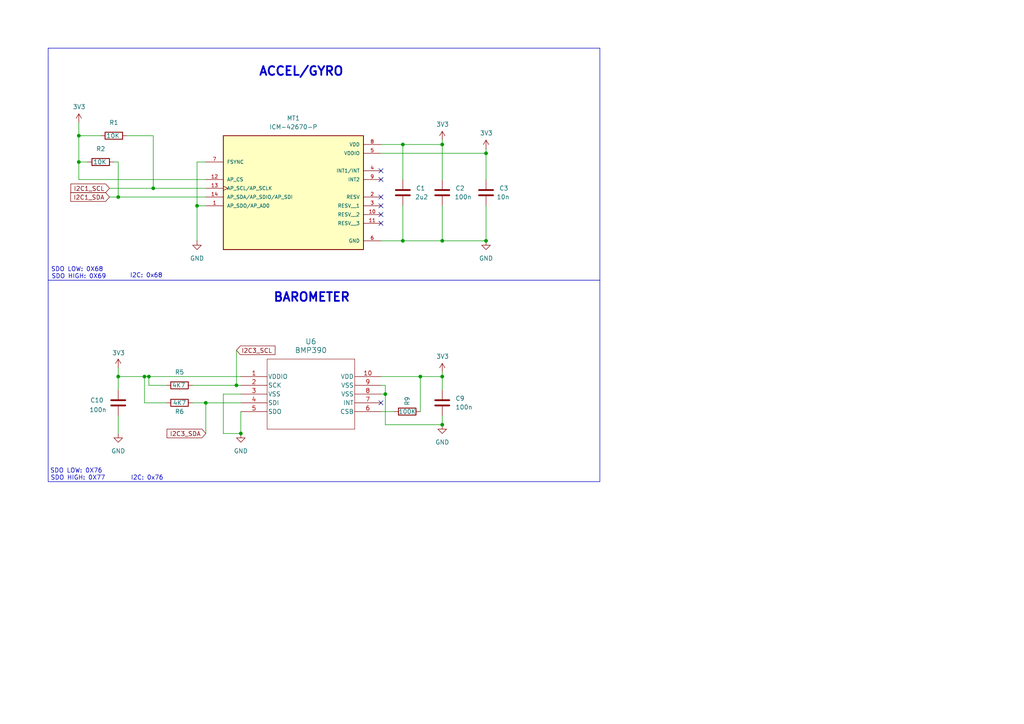
<source format=kicad_sch>
(kicad_sch
	(version 20250114)
	(generator "eeschema")
	(generator_version "9.0")
	(uuid "8b48ab88-7fb6-43ae-bf4b-6f3fa58e8ce9")
	(paper "A4")
	(title_block
		(title "FLIGHT CONTROLLER")
		(date "2024-10-24")
		(rev "V1")
		(company "SHISHIR A")
	)
	(lib_symbols
		(symbol "2024-10-24_03-26-51:BMP390"
			(pin_names
				(offset 0.254)
			)
			(exclude_from_sim no)
			(in_bom yes)
			(on_board yes)
			(property "Reference" "U6"
				(at 20.32 10.16 0)
				(effects
					(font
						(size 1.524 1.524)
					)
				)
			)
			(property "Value" "BMP390"
				(at 20.32 7.62 0)
				(effects
					(font
						(size 1.524 1.524)
					)
				)
			)
			(property "Footprint" "Littelfuse_poly:BMP390"
				(at 38.608 8.128 0)
				(effects
					(font
						(size 1.27 1.27)
						(italic yes)
					)
					(hide yes)
				)
			)
			(property "Datasheet" "BMP390"
				(at 6.096 7.112 0)
				(effects
					(font
						(size 1.27 1.27)
						(italic yes)
					)
					(hide yes)
				)
			)
			(property "Description" ""
				(at 0 0 0)
				(effects
					(font
						(size 1.27 1.27)
					)
					(hide yes)
				)
			)
			(property "ki_locked" ""
				(at 0 0 0)
				(effects
					(font
						(size 1.27 1.27)
					)
				)
			)
			(property "ki_keywords" "BMP390"
				(at 0 0 0)
				(effects
					(font
						(size 1.27 1.27)
					)
					(hide yes)
				)
			)
			(property "ki_fp_filters" "10LGA_2X2X0p75_BOS 10LGA_2X2X0p75_BOS-M 10LGA_2X2X0p75_BOS-L"
				(at 0 0 0)
				(effects
					(font
						(size 1.27 1.27)
					)
					(hide yes)
				)
			)
			(symbol "BMP390_0_1"
				(polyline
					(pts
						(xy 7.62 5.08) (xy 7.62 -15.24)
					)
					(stroke
						(width 0.127)
						(type default)
					)
					(fill
						(type none)
					)
				)
				(polyline
					(pts
						(xy 7.62 -15.24) (xy 33.02 -15.24)
					)
					(stroke
						(width 0.127)
						(type default)
					)
					(fill
						(type none)
					)
				)
				(polyline
					(pts
						(xy 33.02 5.08) (xy 7.62 5.08)
					)
					(stroke
						(width 0.127)
						(type default)
					)
					(fill
						(type none)
					)
				)
				(polyline
					(pts
						(xy 33.02 -15.24) (xy 33.02 5.08)
					)
					(stroke
						(width 0.127)
						(type default)
					)
					(fill
						(type none)
					)
				)
				(pin power_in line
					(at 0 0 0)
					(length 7.62)
					(name "VDDIO"
						(effects
							(font
								(size 1.27 1.27)
							)
						)
					)
					(number "1"
						(effects
							(font
								(size 1.27 1.27)
							)
						)
					)
				)
				(pin input line
					(at 0 -2.54 0)
					(length 7.62)
					(name "SCK"
						(effects
							(font
								(size 1.27 1.27)
							)
						)
					)
					(number "2"
						(effects
							(font
								(size 1.27 1.27)
							)
						)
					)
				)
				(pin bidirectional line
					(at 0 -7.62 0)
					(length 7.62)
					(name "SDI"
						(effects
							(font
								(size 1.27 1.27)
							)
						)
					)
					(number "4"
						(effects
							(font
								(size 1.27 1.27)
							)
						)
					)
				)
				(pin bidirectional line
					(at 0 -10.16 0)
					(length 7.62)
					(name "SDO"
						(effects
							(font
								(size 1.27 1.27)
							)
						)
					)
					(number "5"
						(effects
							(font
								(size 1.27 1.27)
							)
						)
					)
				)
				(pin power_in line
					(at 40.64 0 180)
					(length 7.62)
					(name "VDD"
						(effects
							(font
								(size 1.27 1.27)
							)
						)
					)
					(number "10"
						(effects
							(font
								(size 1.27 1.27)
							)
						)
					)
				)
				(pin input line
					(at 40.64 -7.62 180)
					(length 7.62)
					(name "INT"
						(effects
							(font
								(size 1.27 1.27)
							)
						)
					)
					(number "7"
						(effects
							(font
								(size 1.27 1.27)
							)
						)
					)
				)
				(pin input line
					(at 40.64 -10.16 180)
					(length 7.62)
					(name "CSB"
						(effects
							(font
								(size 1.27 1.27)
							)
						)
					)
					(number "6"
						(effects
							(font
								(size 1.27 1.27)
							)
						)
					)
				)
			)
			(symbol "BMP390_1_1"
				(pin power_in line
					(at 0 -5.08 0)
					(length 7.62)
					(name "VSS"
						(effects
							(font
								(size 1.27 1.27)
							)
						)
					)
					(number "3"
						(effects
							(font
								(size 1.27 1.27)
							)
						)
					)
				)
				(pin power_in line
					(at 40.64 -2.54 180)
					(length 7.62)
					(name "VSS"
						(effects
							(font
								(size 1.27 1.27)
							)
						)
					)
					(number "9"
						(effects
							(font
								(size 1.27 1.27)
							)
						)
					)
				)
				(pin power_in line
					(at 40.64 -5.08 180)
					(length 7.62)
					(name "VSS"
						(effects
							(font
								(size 1.27 1.27)
							)
						)
					)
					(number "8"
						(effects
							(font
								(size 1.27 1.27)
							)
						)
					)
				)
			)
			(embedded_fonts no)
		)
		(symbol "Device:C"
			(pin_numbers
				(hide yes)
			)
			(pin_names
				(offset 0.254)
			)
			(exclude_from_sim no)
			(in_bom yes)
			(on_board yes)
			(property "Reference" "C"
				(at 0.635 2.54 0)
				(effects
					(font
						(size 1.27 1.27)
					)
					(justify left)
				)
			)
			(property "Value" "C"
				(at 0.635 -2.54 0)
				(effects
					(font
						(size 1.27 1.27)
					)
					(justify left)
				)
			)
			(property "Footprint" ""
				(at 0.9652 -3.81 0)
				(effects
					(font
						(size 1.27 1.27)
					)
					(hide yes)
				)
			)
			(property "Datasheet" "~"
				(at 0 0 0)
				(effects
					(font
						(size 1.27 1.27)
					)
					(hide yes)
				)
			)
			(property "Description" "Unpolarized capacitor"
				(at 0 0 0)
				(effects
					(font
						(size 1.27 1.27)
					)
					(hide yes)
				)
			)
			(property "ki_keywords" "cap capacitor"
				(at 0 0 0)
				(effects
					(font
						(size 1.27 1.27)
					)
					(hide yes)
				)
			)
			(property "ki_fp_filters" "C_*"
				(at 0 0 0)
				(effects
					(font
						(size 1.27 1.27)
					)
					(hide yes)
				)
			)
			(symbol "C_0_1"
				(polyline
					(pts
						(xy -2.032 0.762) (xy 2.032 0.762)
					)
					(stroke
						(width 0.508)
						(type default)
					)
					(fill
						(type none)
					)
				)
				(polyline
					(pts
						(xy -2.032 -0.762) (xy 2.032 -0.762)
					)
					(stroke
						(width 0.508)
						(type default)
					)
					(fill
						(type none)
					)
				)
			)
			(symbol "C_1_1"
				(pin passive line
					(at 0 3.81 270)
					(length 2.794)
					(name "~"
						(effects
							(font
								(size 1.27 1.27)
							)
						)
					)
					(number "1"
						(effects
							(font
								(size 1.27 1.27)
							)
						)
					)
				)
				(pin passive line
					(at 0 -3.81 90)
					(length 2.794)
					(name "~"
						(effects
							(font
								(size 1.27 1.27)
							)
						)
					)
					(number "2"
						(effects
							(font
								(size 1.27 1.27)
							)
						)
					)
				)
			)
			(embedded_fonts no)
		)
		(symbol "Device:R"
			(pin_numbers
				(hide yes)
			)
			(pin_names
				(offset 0)
			)
			(exclude_from_sim no)
			(in_bom yes)
			(on_board yes)
			(property "Reference" "R"
				(at 2.032 0 90)
				(effects
					(font
						(size 1.27 1.27)
					)
				)
			)
			(property "Value" "R"
				(at 0 0 90)
				(effects
					(font
						(size 1.27 1.27)
					)
				)
			)
			(property "Footprint" ""
				(at -1.778 0 90)
				(effects
					(font
						(size 1.27 1.27)
					)
					(hide yes)
				)
			)
			(property "Datasheet" "~"
				(at 0 0 0)
				(effects
					(font
						(size 1.27 1.27)
					)
					(hide yes)
				)
			)
			(property "Description" "Resistor"
				(at 0 0 0)
				(effects
					(font
						(size 1.27 1.27)
					)
					(hide yes)
				)
			)
			(property "ki_keywords" "R res resistor"
				(at 0 0 0)
				(effects
					(font
						(size 1.27 1.27)
					)
					(hide yes)
				)
			)
			(property "ki_fp_filters" "R_*"
				(at 0 0 0)
				(effects
					(font
						(size 1.27 1.27)
					)
					(hide yes)
				)
			)
			(symbol "R_0_1"
				(rectangle
					(start -1.016 -2.54)
					(end 1.016 2.54)
					(stroke
						(width 0.254)
						(type default)
					)
					(fill
						(type none)
					)
				)
			)
			(symbol "R_1_1"
				(pin passive line
					(at 0 3.81 270)
					(length 1.27)
					(name "~"
						(effects
							(font
								(size 1.27 1.27)
							)
						)
					)
					(number "1"
						(effects
							(font
								(size 1.27 1.27)
							)
						)
					)
				)
				(pin passive line
					(at 0 -3.81 90)
					(length 1.27)
					(name "~"
						(effects
							(font
								(size 1.27 1.27)
							)
						)
					)
					(number "2"
						(effects
							(font
								(size 1.27 1.27)
							)
						)
					)
				)
			)
			(embedded_fonts no)
		)
		(symbol "ICM-42670-P:ICM-42670-P"
			(pin_names
				(offset 1.016)
			)
			(exclude_from_sim no)
			(in_bom yes)
			(on_board yes)
			(property "Reference" "MT"
				(at -20.32 13.97 0)
				(effects
					(font
						(size 1.27 1.27)
					)
					(justify left bottom)
				)
			)
			(property "Value" "ICM-42670-P"
				(at -20.32 -22.86 0)
				(effects
					(font
						(size 1.27 1.27)
					)
					(justify left bottom)
				)
			)
			(property "Footprint" "ICM-42670-P:XDCR_ICM-42670-P"
				(at 0.508 13.97 0)
				(effects
					(font
						(size 1.27 1.27)
					)
					(justify bottom)
					(hide yes)
				)
			)
			(property "Datasheet" ""
				(at 0 0 0)
				(effects
					(font
						(size 1.27 1.27)
					)
					(hide yes)
				)
			)
			(property "Description" ""
				(at 0 0 0)
				(effects
					(font
						(size 1.27 1.27)
					)
					(hide yes)
				)
			)
			(property "PARTREV" "1.1"
				(at -19.304 -27.686 0)
				(effects
					(font
						(size 1.27 1.27)
					)
					(justify bottom)
					(hide yes)
				)
			)
			(property "STANDARD" "Manufacturer Recommendations"
				(at 0.508 -27.686 0)
				(effects
					(font
						(size 1.27 1.27)
					)
					(justify bottom)
					(hide yes)
				)
			)
			(property "MAXIMUM_PACKAGE_HEIGHT" "0.81 mm"
				(at 21.082 -27.432 0)
				(effects
					(font
						(size 1.27 1.27)
					)
					(justify bottom)
					(hide yes)
				)
			)
			(property "MANUFACTURER" "TDK InvenSense"
				(at -0.762 17.272 0)
				(effects
					(font
						(size 1.27 1.27)
					)
					(justify bottom)
					(hide yes)
				)
			)
			(symbol "ICM-42670-P_0_0"
				(rectangle
					(start -20.32 12.7)
					(end 20.32 -20.32)
					(stroke
						(width 0.254)
						(type default)
					)
					(fill
						(type background)
					)
				)
				(pin input line
					(at -25.4 5.08 0)
					(length 5.08)
					(name "FSYNC"
						(effects
							(font
								(size 1.016 1.016)
							)
						)
					)
					(number "7"
						(effects
							(font
								(size 1.016 1.016)
							)
						)
					)
				)
				(pin input line
					(at -25.4 0 0)
					(length 5.08)
					(name "AP_CS"
						(effects
							(font
								(size 1.016 1.016)
							)
						)
					)
					(number "12"
						(effects
							(font
								(size 1.016 1.016)
							)
						)
					)
				)
				(pin input clock
					(at -25.4 -2.54 0)
					(length 5.08)
					(name "AP_SCL/AP_SCLK"
						(effects
							(font
								(size 1.016 1.016)
							)
						)
					)
					(number "13"
						(effects
							(font
								(size 1.016 1.016)
							)
						)
					)
				)
				(pin bidirectional line
					(at -25.4 -5.08 0)
					(length 5.08)
					(name "AP_SDA/AP_SDIO/AP_SDI"
						(effects
							(font
								(size 1.016 1.016)
							)
						)
					)
					(number "14"
						(effects
							(font
								(size 1.016 1.016)
							)
						)
					)
				)
				(pin bidirectional line
					(at -25.4 -7.62 0)
					(length 5.08)
					(name "AP_SDO/AP_AD0"
						(effects
							(font
								(size 1.016 1.016)
							)
						)
					)
					(number "1"
						(effects
							(font
								(size 1.016 1.016)
							)
						)
					)
				)
				(pin power_in line
					(at 25.4 10.16 180)
					(length 5.08)
					(name "VDD"
						(effects
							(font
								(size 1.016 1.016)
							)
						)
					)
					(number "8"
						(effects
							(font
								(size 1.016 1.016)
							)
						)
					)
				)
				(pin power_in line
					(at 25.4 7.62 180)
					(length 5.08)
					(name "VDDIO"
						(effects
							(font
								(size 1.016 1.016)
							)
						)
					)
					(number "5"
						(effects
							(font
								(size 1.016 1.016)
							)
						)
					)
				)
				(pin output line
					(at 25.4 2.54 180)
					(length 5.08)
					(name "INT1/INT"
						(effects
							(font
								(size 1.016 1.016)
							)
						)
					)
					(number "4"
						(effects
							(font
								(size 1.016 1.016)
							)
						)
					)
				)
				(pin output line
					(at 25.4 0 180)
					(length 5.08)
					(name "INT2"
						(effects
							(font
								(size 1.016 1.016)
							)
						)
					)
					(number "9"
						(effects
							(font
								(size 1.016 1.016)
							)
						)
					)
				)
				(pin passive line
					(at 25.4 -5.08 180)
					(length 5.08)
					(name "RESV"
						(effects
							(font
								(size 1.016 1.016)
							)
						)
					)
					(number "2"
						(effects
							(font
								(size 1.016 1.016)
							)
						)
					)
				)
				(pin passive line
					(at 25.4 -7.62 180)
					(length 5.08)
					(name "RESV__1"
						(effects
							(font
								(size 1.016 1.016)
							)
						)
					)
					(number "3"
						(effects
							(font
								(size 1.016 1.016)
							)
						)
					)
				)
				(pin passive line
					(at 25.4 -10.16 180)
					(length 5.08)
					(name "RESV__2"
						(effects
							(font
								(size 1.016 1.016)
							)
						)
					)
					(number "10"
						(effects
							(font
								(size 1.016 1.016)
							)
						)
					)
				)
				(pin passive line
					(at 25.4 -12.7 180)
					(length 5.08)
					(name "RESV__3"
						(effects
							(font
								(size 1.016 1.016)
							)
						)
					)
					(number "11"
						(effects
							(font
								(size 1.016 1.016)
							)
						)
					)
				)
				(pin power_in line
					(at 25.4 -17.78 180)
					(length 5.08)
					(name "GND"
						(effects
							(font
								(size 1.016 1.016)
							)
						)
					)
					(number "6"
						(effects
							(font
								(size 1.016 1.016)
							)
						)
					)
				)
			)
			(embedded_fonts no)
		)
		(symbol "power:+3V3"
			(power)
			(pin_numbers
				(hide yes)
			)
			(pin_names
				(offset 0)
				(hide yes)
			)
			(exclude_from_sim no)
			(in_bom yes)
			(on_board yes)
			(property "Reference" "#PWR"
				(at 0 -3.81 0)
				(effects
					(font
						(size 1.27 1.27)
					)
					(hide yes)
				)
			)
			(property "Value" "+3V3"
				(at 0 3.556 0)
				(effects
					(font
						(size 1.27 1.27)
					)
				)
			)
			(property "Footprint" ""
				(at 0 0 0)
				(effects
					(font
						(size 1.27 1.27)
					)
					(hide yes)
				)
			)
			(property "Datasheet" ""
				(at 0 0 0)
				(effects
					(font
						(size 1.27 1.27)
					)
					(hide yes)
				)
			)
			(property "Description" "Power symbol creates a global label with name \"+3V3\""
				(at 0 0 0)
				(effects
					(font
						(size 1.27 1.27)
					)
					(hide yes)
				)
			)
			(property "ki_keywords" "global power"
				(at 0 0 0)
				(effects
					(font
						(size 1.27 1.27)
					)
					(hide yes)
				)
			)
			(symbol "+3V3_0_1"
				(polyline
					(pts
						(xy -0.762 1.27) (xy 0 2.54)
					)
					(stroke
						(width 0)
						(type default)
					)
					(fill
						(type none)
					)
				)
				(polyline
					(pts
						(xy 0 2.54) (xy 0.762 1.27)
					)
					(stroke
						(width 0)
						(type default)
					)
					(fill
						(type none)
					)
				)
				(polyline
					(pts
						(xy 0 0) (xy 0 2.54)
					)
					(stroke
						(width 0)
						(type default)
					)
					(fill
						(type none)
					)
				)
			)
			(symbol "+3V3_1_1"
				(pin power_in line
					(at 0 0 90)
					(length 0)
					(name "~"
						(effects
							(font
								(size 1.27 1.27)
							)
						)
					)
					(number "1"
						(effects
							(font
								(size 1.27 1.27)
							)
						)
					)
				)
			)
			(embedded_fonts no)
		)
		(symbol "power:GND"
			(power)
			(pin_numbers
				(hide yes)
			)
			(pin_names
				(offset 0)
				(hide yes)
			)
			(exclude_from_sim no)
			(in_bom yes)
			(on_board yes)
			(property "Reference" "#PWR"
				(at 0 -6.35 0)
				(effects
					(font
						(size 1.27 1.27)
					)
					(hide yes)
				)
			)
			(property "Value" "GND"
				(at 0 -3.81 0)
				(effects
					(font
						(size 1.27 1.27)
					)
				)
			)
			(property "Footprint" ""
				(at 0 0 0)
				(effects
					(font
						(size 1.27 1.27)
					)
					(hide yes)
				)
			)
			(property "Datasheet" ""
				(at 0 0 0)
				(effects
					(font
						(size 1.27 1.27)
					)
					(hide yes)
				)
			)
			(property "Description" "Power symbol creates a global label with name \"GND\" , ground"
				(at 0 0 0)
				(effects
					(font
						(size 1.27 1.27)
					)
					(hide yes)
				)
			)
			(property "ki_keywords" "global power"
				(at 0 0 0)
				(effects
					(font
						(size 1.27 1.27)
					)
					(hide yes)
				)
			)
			(symbol "GND_0_1"
				(polyline
					(pts
						(xy 0 0) (xy 0 -1.27) (xy 1.27 -1.27) (xy 0 -2.54) (xy -1.27 -1.27) (xy 0 -1.27)
					)
					(stroke
						(width 0)
						(type default)
					)
					(fill
						(type none)
					)
				)
			)
			(symbol "GND_1_1"
				(pin power_in line
					(at 0 0 270)
					(length 0)
					(name "~"
						(effects
							(font
								(size 1.27 1.27)
							)
						)
					)
					(number "1"
						(effects
							(font
								(size 1.27 1.27)
							)
						)
					)
				)
			)
			(embedded_fonts no)
		)
	)
	(rectangle
		(start 13.97 13.97)
		(end 173.99 81.28)
		(stroke
			(width 0)
			(type default)
		)
		(fill
			(type none)
		)
		(uuid 1b0283d3-4dd5-4aa5-95b2-baa46cc6d354)
	)
	(rectangle
		(start 13.97 81.28)
		(end 173.99 139.7)
		(stroke
			(width 0)
			(type default)
		)
		(fill
			(type none)
		)
		(uuid 23ad1aa1-540d-4979-9aa6-1b7329104129)
	)
	(text "I2C: 0x76"
		(exclude_from_sim no)
		(at 42.672 138.684 0)
		(effects
			(font
				(size 1.27 1.27)
			)
		)
		(uuid "303c4abf-402c-4cf1-ad7f-08d004de36d4")
	)
	(text "ACCEL/GYRO\n"
		(exclude_from_sim no)
		(at 87.376 20.828 0)
		(effects
			(font
				(face "KiCad Font")
				(size 2.54 2.54)
				(thickness 0.508)
				(bold yes)
			)
		)
		(uuid "3084339c-6615-4d56-8f19-37f501c9a705")
	)
	(text "SDO LOW: 0X68 \nSDO HIGH: 0X69"
		(exclude_from_sim no)
		(at 22.86 79.248 0)
		(effects
			(font
				(size 1.27 1.27)
			)
		)
		(uuid "6ad8ba02-c2e5-4266-82c4-fbe66cf5b3de")
	)
	(text "BAROMETER"
		(exclude_from_sim no)
		(at 90.424 86.36 0)
		(effects
			(font
				(face "KiCad Font")
				(size 2.54 2.54)
				(thickness 0.508)
				(bold yes)
			)
		)
		(uuid "6fddc3c7-938d-40d7-bb5f-418ece3e923d")
	)
	(text "SDO LOW: 0X76 \nSDO HIGH: 0X77"
		(exclude_from_sim no)
		(at 22.606 137.668 0)
		(effects
			(font
				(size 1.27 1.27)
			)
		)
		(uuid "7b395c75-f070-4ff2-8b06-c039fdd0f412")
	)
	(text "I2C: 0x68"
		(exclude_from_sim no)
		(at 42.418 80.01 0)
		(effects
			(font
				(size 1.27 1.27)
			)
		)
		(uuid "c519a4c9-bf7e-4b7a-92ae-7571377c7f5c")
	)
	(junction
		(at 68.58 111.76)
		(diameter 0)
		(color 0 0 0 0)
		(uuid "032734f4-a012-4371-9237-fe98240fecf5")
	)
	(junction
		(at 69.85 125.73)
		(diameter 0)
		(color 0 0 0 0)
		(uuid "15a5b89b-332b-480b-a7d4-638407b5c83d")
	)
	(junction
		(at 59.69 116.84)
		(diameter 0)
		(color 0 0 0 0)
		(uuid "220d3c7e-3f7f-40ff-b242-1bc9d7b4b9c3")
	)
	(junction
		(at 43.18 109.22)
		(diameter 0)
		(color 0 0 0 0)
		(uuid "2781a4b5-7d5e-4014-9072-35ab9a3300be")
	)
	(junction
		(at 116.84 41.91)
		(diameter 0)
		(color 0 0 0 0)
		(uuid "29c60f08-d6b7-4897-a966-2f8b35393b63")
	)
	(junction
		(at 121.92 109.22)
		(diameter 0)
		(color 0 0 0 0)
		(uuid "3396ffab-0751-4e3a-b2f0-4d9ccb9d4449")
	)
	(junction
		(at 128.27 123.19)
		(diameter 0)
		(color 0 0 0 0)
		(uuid "3a101e6e-25c9-43da-a911-058e35e50a18")
	)
	(junction
		(at 34.29 57.15)
		(diameter 0)
		(color 0 0 0 0)
		(uuid "4130ae79-3262-450a-a75c-2a9f18e5f6b2")
	)
	(junction
		(at 34.29 109.22)
		(diameter 0)
		(color 0 0 0 0)
		(uuid "428a3ad4-04e8-49bc-b615-ba34bf83ca6e")
	)
	(junction
		(at 22.86 46.99)
		(diameter 0)
		(color 0 0 0 0)
		(uuid "61e111b4-fca2-4207-ad22-f86b6e6dc966")
	)
	(junction
		(at 128.27 109.22)
		(diameter 0)
		(color 0 0 0 0)
		(uuid "68c8f39a-f287-4db9-9306-ffb089013b47")
	)
	(junction
		(at 140.97 44.45)
		(diameter 0)
		(color 0 0 0 0)
		(uuid "93710fda-58d0-4ef5-bf2e-3eca61ef9889")
	)
	(junction
		(at 140.97 69.85)
		(diameter 0)
		(color 0 0 0 0)
		(uuid "a8d9b2ae-75ee-441d-b054-bad832f39f4a")
	)
	(junction
		(at 22.86 39.37)
		(diameter 0)
		(color 0 0 0 0)
		(uuid "aca18454-8556-42b3-8745-23d28e64a26b")
	)
	(junction
		(at 111.76 114.3)
		(diameter 0)
		(color 0 0 0 0)
		(uuid "b0c5c204-035a-408b-9933-533501ad683d")
	)
	(junction
		(at 116.84 69.85)
		(diameter 0)
		(color 0 0 0 0)
		(uuid "c589c00d-513d-4cc8-8911-232a80210097")
	)
	(junction
		(at 41.91 109.22)
		(diameter 0)
		(color 0 0 0 0)
		(uuid "cba4e5f2-77fc-4a4c-9681-06f538d1cb74")
	)
	(junction
		(at 44.45 54.61)
		(diameter 0)
		(color 0 0 0 0)
		(uuid "cd5451ee-1ca7-44a8-be11-ea0e7c78ffce")
	)
	(junction
		(at 128.27 69.85)
		(diameter 0)
		(color 0 0 0 0)
		(uuid "cfdc7c27-b5f5-4bdc-bf67-207f71db5081")
	)
	(junction
		(at 128.27 41.91)
		(diameter 0)
		(color 0 0 0 0)
		(uuid "d28f652c-bdba-435a-8404-cbddf0cf9c8a")
	)
	(junction
		(at 57.15 59.69)
		(diameter 0)
		(color 0 0 0 0)
		(uuid "e85a6f88-690d-4cf0-8657-d9d01eab0286")
	)
	(no_connect
		(at 110.49 62.23)
		(uuid "0bfdc2b3-2377-4be0-b098-7d8433a710cd")
	)
	(no_connect
		(at 110.49 116.84)
		(uuid "4f57852c-365c-4b18-b2c4-924fd8fd7d20")
	)
	(no_connect
		(at 110.49 64.77)
		(uuid "665d1d36-e2af-4aee-912b-c952410ba871")
	)
	(no_connect
		(at 110.49 59.69)
		(uuid "70e7a7c1-22db-4fd5-bc2e-d916ec2c1800")
	)
	(no_connect
		(at 110.49 52.07)
		(uuid "95ad8409-260e-4ca9-b080-ac090e949e50")
	)
	(no_connect
		(at 110.49 49.53)
		(uuid "9aefcad9-cc7a-4aa9-bbee-13076a95b642")
	)
	(no_connect
		(at 110.49 57.15)
		(uuid "cd83eab0-f059-4e70-91f8-fa385d674c13")
	)
	(wire
		(pts
			(xy 31.75 57.15) (xy 34.29 57.15)
		)
		(stroke
			(width 0)
			(type default)
		)
		(uuid "024ac351-d81c-49f2-92da-68f8ce302330")
	)
	(wire
		(pts
			(xy 121.92 109.22) (xy 128.27 109.22)
		)
		(stroke
			(width 0)
			(type default)
		)
		(uuid "0bfc90d3-b8c8-4acc-8a4c-07f3420f4403")
	)
	(wire
		(pts
			(xy 110.49 69.85) (xy 116.84 69.85)
		)
		(stroke
			(width 0)
			(type default)
		)
		(uuid "0d944a29-acf3-4c85-a187-0451804ad405")
	)
	(wire
		(pts
			(xy 59.69 59.69) (xy 57.15 59.69)
		)
		(stroke
			(width 0)
			(type default)
		)
		(uuid "0e0d474b-5f1c-4a93-aae8-268e524fce61")
	)
	(wire
		(pts
			(xy 111.76 123.19) (xy 128.27 123.19)
		)
		(stroke
			(width 0)
			(type default)
		)
		(uuid "10eb72c0-a014-4ea6-a220-2a7f7094e0e2")
	)
	(wire
		(pts
			(xy 43.18 109.22) (xy 43.18 111.76)
		)
		(stroke
			(width 0)
			(type default)
		)
		(uuid "11c7780f-4305-4555-b30e-cb8ef3e42aee")
	)
	(wire
		(pts
			(xy 68.58 101.6) (xy 68.58 111.76)
		)
		(stroke
			(width 0)
			(type default)
		)
		(uuid "154d0b6d-8757-4369-92c1-b3d08c3f143f")
	)
	(wire
		(pts
			(xy 111.76 111.76) (xy 111.76 114.3)
		)
		(stroke
			(width 0)
			(type default)
		)
		(uuid "1a43ec53-c251-4a65-bee8-2ae06eba0dfd")
	)
	(wire
		(pts
			(xy 116.84 59.69) (xy 116.84 69.85)
		)
		(stroke
			(width 0)
			(type default)
		)
		(uuid "21947c3a-0457-48a2-9d11-6723f2b8ee99")
	)
	(wire
		(pts
			(xy 64.77 114.3) (xy 69.85 114.3)
		)
		(stroke
			(width 0)
			(type default)
		)
		(uuid "224bd17f-deaf-4156-aeba-343cdab16d5d")
	)
	(wire
		(pts
			(xy 33.02 46.99) (xy 34.29 46.99)
		)
		(stroke
			(width 0)
			(type default)
		)
		(uuid "2404a9cc-68f4-4818-987d-fe14fdd5ce3a")
	)
	(wire
		(pts
			(xy 34.29 57.15) (xy 59.69 57.15)
		)
		(stroke
			(width 0)
			(type default)
		)
		(uuid "28dc7ae1-8750-4e3e-9f53-c80e65363bff")
	)
	(wire
		(pts
			(xy 116.84 41.91) (xy 128.27 41.91)
		)
		(stroke
			(width 0)
			(type default)
		)
		(uuid "31a58c0b-d77b-4673-ac68-1fe244706234")
	)
	(wire
		(pts
			(xy 128.27 59.69) (xy 128.27 69.85)
		)
		(stroke
			(width 0)
			(type default)
		)
		(uuid "38091c42-5520-4df6-ae34-deb545ef557b")
	)
	(wire
		(pts
			(xy 55.88 116.84) (xy 59.69 116.84)
		)
		(stroke
			(width 0)
			(type default)
		)
		(uuid "397b5a5c-767a-49e7-8e61-c16c5894511c")
	)
	(wire
		(pts
			(xy 59.69 125.73) (xy 59.69 116.84)
		)
		(stroke
			(width 0)
			(type default)
		)
		(uuid "3c8f507c-5dc4-48d4-94a9-9fe853578d24")
	)
	(wire
		(pts
			(xy 22.86 39.37) (xy 22.86 35.56)
		)
		(stroke
			(width 0)
			(type default)
		)
		(uuid "3d72e291-203a-450e-8d6d-23cdac7559b1")
	)
	(wire
		(pts
			(xy 110.49 119.38) (xy 114.3 119.38)
		)
		(stroke
			(width 0)
			(type default)
		)
		(uuid "3df4fe8b-2105-4ffb-ba69-89f514bc5205")
	)
	(wire
		(pts
			(xy 36.83 39.37) (xy 44.45 39.37)
		)
		(stroke
			(width 0)
			(type default)
		)
		(uuid "3e233c4b-2fad-4e88-b77c-b9ea703cb293")
	)
	(wire
		(pts
			(xy 68.58 111.76) (xy 69.85 111.76)
		)
		(stroke
			(width 0)
			(type default)
		)
		(uuid "443c37d3-3a1c-43e8-b72d-adc37582a6f5")
	)
	(wire
		(pts
			(xy 34.29 109.22) (xy 41.91 109.22)
		)
		(stroke
			(width 0)
			(type default)
		)
		(uuid "4a3e0d1f-ad34-438f-848e-ca939d1d1115")
	)
	(wire
		(pts
			(xy 64.77 125.73) (xy 64.77 114.3)
		)
		(stroke
			(width 0)
			(type default)
		)
		(uuid "501fed6b-7495-435b-a604-9d725a095e56")
	)
	(wire
		(pts
			(xy 31.75 54.61) (xy 44.45 54.61)
		)
		(stroke
			(width 0)
			(type default)
		)
		(uuid "6063a902-ea96-41e8-80d5-719775d7a4f1")
	)
	(wire
		(pts
			(xy 128.27 52.07) (xy 128.27 41.91)
		)
		(stroke
			(width 0)
			(type default)
		)
		(uuid "66cbfc81-be5e-41be-ba58-732248142248")
	)
	(wire
		(pts
			(xy 110.49 109.22) (xy 121.92 109.22)
		)
		(stroke
			(width 0)
			(type default)
		)
		(uuid "69bfa0cc-b240-4297-ba09-26b9a99ea068")
	)
	(wire
		(pts
			(xy 43.18 109.22) (xy 69.85 109.22)
		)
		(stroke
			(width 0)
			(type default)
		)
		(uuid "6ce1c3b8-4d5a-49f9-a969-04b31f181622")
	)
	(wire
		(pts
			(xy 121.92 109.22) (xy 121.92 119.38)
		)
		(stroke
			(width 0)
			(type default)
		)
		(uuid "7223c6bd-bb04-4826-b5bb-d7daf67c5acb")
	)
	(wire
		(pts
			(xy 59.69 116.84) (xy 69.85 116.84)
		)
		(stroke
			(width 0)
			(type default)
		)
		(uuid "748d298f-13de-44ec-9daf-73984d2c503d")
	)
	(wire
		(pts
			(xy 57.15 59.69) (xy 57.15 69.85)
		)
		(stroke
			(width 0)
			(type default)
		)
		(uuid "7e01baa2-2284-46f8-a247-2875651fed75")
	)
	(wire
		(pts
			(xy 25.4 46.99) (xy 22.86 46.99)
		)
		(stroke
			(width 0)
			(type default)
		)
		(uuid "8619e750-5fd3-4d42-88ef-6f70a90bbe0e")
	)
	(wire
		(pts
			(xy 34.29 109.22) (xy 34.29 113.03)
		)
		(stroke
			(width 0)
			(type default)
		)
		(uuid "8b412139-91d8-467c-9506-e17230f88c7a")
	)
	(wire
		(pts
			(xy 34.29 46.99) (xy 34.29 57.15)
		)
		(stroke
			(width 0)
			(type default)
		)
		(uuid "929d0ca2-cb82-4ba1-83f9-f1f76c036783")
	)
	(wire
		(pts
			(xy 111.76 114.3) (xy 111.76 123.19)
		)
		(stroke
			(width 0)
			(type default)
		)
		(uuid "9378d491-8493-47b2-8aac-a6a827ac8aa5")
	)
	(wire
		(pts
			(xy 34.29 120.65) (xy 34.29 125.73)
		)
		(stroke
			(width 0)
			(type default)
		)
		(uuid "94403a82-05bf-4ef3-98bb-a4f70da78b37")
	)
	(wire
		(pts
			(xy 55.88 111.76) (xy 68.58 111.76)
		)
		(stroke
			(width 0)
			(type default)
		)
		(uuid "944d26cf-7451-4812-a644-305dfe4b9312")
	)
	(wire
		(pts
			(xy 64.77 125.73) (xy 69.85 125.73)
		)
		(stroke
			(width 0)
			(type default)
		)
		(uuid "95b3d72a-a0a2-42c1-844d-d4b42dadf20c")
	)
	(wire
		(pts
			(xy 140.97 59.69) (xy 140.97 69.85)
		)
		(stroke
			(width 0)
			(type default)
		)
		(uuid "9a06e53c-c6b8-45c2-8afe-c80243aed7bd")
	)
	(wire
		(pts
			(xy 110.49 111.76) (xy 111.76 111.76)
		)
		(stroke
			(width 0)
			(type default)
		)
		(uuid "9a209cc1-854a-4198-934a-cf463d8e5184")
	)
	(wire
		(pts
			(xy 140.97 44.45) (xy 140.97 52.07)
		)
		(stroke
			(width 0)
			(type default)
		)
		(uuid "9c369f09-ecd1-420d-8555-d7f0fae209ef")
	)
	(wire
		(pts
			(xy 110.49 41.91) (xy 116.84 41.91)
		)
		(stroke
			(width 0)
			(type default)
		)
		(uuid "9ce4de41-f871-4aa8-b0e0-a904da993f40")
	)
	(wire
		(pts
			(xy 69.85 119.38) (xy 69.85 125.73)
		)
		(stroke
			(width 0)
			(type default)
		)
		(uuid "a2a03e8c-3f03-4ca1-8cd5-9c9331448d55")
	)
	(wire
		(pts
			(xy 22.86 52.07) (xy 59.69 52.07)
		)
		(stroke
			(width 0)
			(type default)
		)
		(uuid "a8595552-ff29-48d6-a080-76ec8df48521")
	)
	(wire
		(pts
			(xy 29.21 39.37) (xy 22.86 39.37)
		)
		(stroke
			(width 0)
			(type default)
		)
		(uuid "a9794a98-c4d6-49ae-81ea-44331f7c9aa7")
	)
	(wire
		(pts
			(xy 43.18 111.76) (xy 48.26 111.76)
		)
		(stroke
			(width 0)
			(type default)
		)
		(uuid "aa19c69f-f11e-4f0c-baac-a21147a9c2d8")
	)
	(wire
		(pts
			(xy 59.69 46.99) (xy 57.15 46.99)
		)
		(stroke
			(width 0)
			(type default)
		)
		(uuid "ac913369-8ebc-4b50-b67c-f38aeb285c5c")
	)
	(wire
		(pts
			(xy 22.86 39.37) (xy 22.86 46.99)
		)
		(stroke
			(width 0)
			(type default)
		)
		(uuid "b2753309-7236-4861-8c59-2bb6eb8bc77a")
	)
	(wire
		(pts
			(xy 111.76 114.3) (xy 110.49 114.3)
		)
		(stroke
			(width 0)
			(type default)
		)
		(uuid "b9b70c98-875c-4671-b3fe-a10c78a9837c")
	)
	(wire
		(pts
			(xy 57.15 46.99) (xy 57.15 59.69)
		)
		(stroke
			(width 0)
			(type default)
		)
		(uuid "ba86129a-c4e4-400e-9db4-0b1d8f811444")
	)
	(wire
		(pts
			(xy 44.45 39.37) (xy 44.45 54.61)
		)
		(stroke
			(width 0)
			(type default)
		)
		(uuid "bee770ed-17bc-4c35-aaeb-34e4de7ee9bb")
	)
	(wire
		(pts
			(xy 116.84 41.91) (xy 116.84 52.07)
		)
		(stroke
			(width 0)
			(type default)
		)
		(uuid "c4cc8677-622d-473e-8d8e-ddd21c484a5e")
	)
	(wire
		(pts
			(xy 128.27 120.65) (xy 128.27 123.19)
		)
		(stroke
			(width 0)
			(type default)
		)
		(uuid "c6d87fe6-a9f3-4b5e-a63b-df8e92550efb")
	)
	(wire
		(pts
			(xy 34.29 106.68) (xy 34.29 109.22)
		)
		(stroke
			(width 0)
			(type default)
		)
		(uuid "c78cf63c-327f-4bf5-8e92-b18d6486fc01")
	)
	(wire
		(pts
			(xy 128.27 107.95) (xy 128.27 109.22)
		)
		(stroke
			(width 0)
			(type default)
		)
		(uuid "c8764e8e-837c-401f-a90f-79b3784a57d2")
	)
	(wire
		(pts
			(xy 140.97 43.18) (xy 140.97 44.45)
		)
		(stroke
			(width 0)
			(type default)
		)
		(uuid "cae11f40-6f39-4036-ac05-61b97662619b")
	)
	(wire
		(pts
			(xy 41.91 116.84) (xy 48.26 116.84)
		)
		(stroke
			(width 0)
			(type default)
		)
		(uuid "d0590d85-05e5-4bb1-8bc8-b3ceca1661e1")
	)
	(wire
		(pts
			(xy 128.27 109.22) (xy 128.27 113.03)
		)
		(stroke
			(width 0)
			(type default)
		)
		(uuid "d6938e2a-1047-4510-9c5d-8dc2d957b483")
	)
	(wire
		(pts
			(xy 128.27 69.85) (xy 140.97 69.85)
		)
		(stroke
			(width 0)
			(type default)
		)
		(uuid "dfa72ec8-e87c-4dc0-b2f7-b006adeba03a")
	)
	(wire
		(pts
			(xy 41.91 109.22) (xy 43.18 109.22)
		)
		(stroke
			(width 0)
			(type default)
		)
		(uuid "e0e875bc-c464-460a-a086-fee477b7f843")
	)
	(wire
		(pts
			(xy 22.86 46.99) (xy 22.86 52.07)
		)
		(stroke
			(width 0)
			(type default)
		)
		(uuid "e5b139be-0259-4593-9271-ccf5940df626")
	)
	(wire
		(pts
			(xy 41.91 116.84) (xy 41.91 109.22)
		)
		(stroke
			(width 0)
			(type default)
		)
		(uuid "e5b91e90-4291-44a1-96d0-b1143c1dc014")
	)
	(wire
		(pts
			(xy 116.84 69.85) (xy 128.27 69.85)
		)
		(stroke
			(width 0)
			(type default)
		)
		(uuid "e60ef409-e570-4e6a-9cbe-dc94b7a7e431")
	)
	(wire
		(pts
			(xy 140.97 44.45) (xy 110.49 44.45)
		)
		(stroke
			(width 0)
			(type default)
		)
		(uuid "edd8af25-3612-4572-85c3-d621ee248a50")
	)
	(wire
		(pts
			(xy 44.45 54.61) (xy 59.69 54.61)
		)
		(stroke
			(width 0)
			(type default)
		)
		(uuid "f1f3f63b-80df-47b0-bbcf-64d12841650b")
	)
	(wire
		(pts
			(xy 128.27 40.64) (xy 128.27 41.91)
		)
		(stroke
			(width 0)
			(type default)
		)
		(uuid "f526d83e-acf2-49bb-8628-6fdbb7a3d92f")
	)
	(global_label "I2C1_SCL"
		(shape input)
		(at 31.75 54.61 180)
		(fields_autoplaced yes)
		(effects
			(font
				(size 1.27 1.27)
			)
			(justify right)
		)
		(uuid "342f9272-5962-4e33-a5ff-3d394e6bbb7c")
		(property "Intersheetrefs" "${INTERSHEET_REFS}"
			(at 19.9958 54.61 0)
			(effects
				(font
					(size 1.27 1.27)
				)
				(justify right)
				(hide yes)
			)
		)
	)
	(global_label "I2C3_SDA"
		(shape input)
		(at 59.69 125.73 180)
		(fields_autoplaced yes)
		(effects
			(font
				(size 1.27 1.27)
			)
			(justify right)
		)
		(uuid "38cfc0c4-4497-4daa-9845-227e5583084d")
		(property "Intersheetrefs" "${INTERSHEET_REFS}"
			(at 47.8753 125.73 0)
			(effects
				(font
					(size 1.27 1.27)
				)
				(justify right)
				(hide yes)
			)
		)
	)
	(global_label "I2C3_SCL"
		(shape input)
		(at 68.58 101.6 0)
		(fields_autoplaced yes)
		(effects
			(font
				(size 1.27 1.27)
			)
			(justify left)
		)
		(uuid "9143e89f-cc88-4817-95cd-2b3c93c11990")
		(property "Intersheetrefs" "${INTERSHEET_REFS}"
			(at 80.3342 101.6 0)
			(effects
				(font
					(size 1.27 1.27)
				)
				(justify left)
				(hide yes)
			)
		)
	)
	(global_label "I2C1_SDA"
		(shape input)
		(at 31.75 57.15 180)
		(fields_autoplaced yes)
		(effects
			(font
				(size 1.27 1.27)
			)
			(justify right)
		)
		(uuid "f4a32cb3-e39c-4f50-a33c-3845aa0b92b0")
		(property "Intersheetrefs" "${INTERSHEET_REFS}"
			(at 19.9353 57.15 0)
			(effects
				(font
					(size 1.27 1.27)
				)
				(justify right)
				(hide yes)
			)
		)
	)
	(symbol
		(lib_id "power:GND")
		(at 34.29 125.73 0)
		(unit 1)
		(exclude_from_sim no)
		(in_bom yes)
		(on_board yes)
		(dnp no)
		(fields_autoplaced yes)
		(uuid "0e9425a2-9054-4fe2-b2fc-1e0c194e9ba4")
		(property "Reference" "#PWR046"
			(at 34.29 132.08 0)
			(effects
				(font
					(size 1.27 1.27)
				)
				(hide yes)
			)
		)
		(property "Value" "GND"
			(at 34.29 130.81 0)
			(effects
				(font
					(size 1.27 1.27)
				)
			)
		)
		(property "Footprint" ""
			(at 34.29 125.73 0)
			(effects
				(font
					(size 1.27 1.27)
				)
				(hide yes)
			)
		)
		(property "Datasheet" ""
			(at 34.29 125.73 0)
			(effects
				(font
					(size 1.27 1.27)
				)
				(hide yes)
			)
		)
		(property "Description" "Power symbol creates a global label with name \"GND\" , ground"
			(at 34.29 125.73 0)
			(effects
				(font
					(size 1.27 1.27)
				)
				(hide yes)
			)
		)
		(pin "1"
			(uuid "22dbde62-a81d-4d7f-ab16-e619c5b2cff1")
		)
		(instances
			(project "FCV2 project"
				(path "/4cbb3160-2ec4-4477-a97f-6cf84a8194d9/6a957608-9875-4ae9-a88c-188374b94b4e"
					(reference "#PWR046")
					(unit 1)
				)
			)
		)
	)
	(symbol
		(lib_id "power:+3V3")
		(at 128.27 40.64 0)
		(unit 1)
		(exclude_from_sim no)
		(in_bom yes)
		(on_board yes)
		(dnp no)
		(uuid "17f48d33-e2f8-4d77-968d-195be47e6775")
		(property "Reference" "#PWR03"
			(at 128.27 44.45 0)
			(effects
				(font
					(size 1.27 1.27)
				)
				(hide yes)
			)
		)
		(property "Value" "3V3"
			(at 126.492 36.068 0)
			(effects
				(font
					(size 1.27 1.27)
				)
				(justify left)
			)
		)
		(property "Footprint" ""
			(at 128.27 40.64 0)
			(effects
				(font
					(size 1.27 1.27)
				)
				(hide yes)
			)
		)
		(property "Datasheet" ""
			(at 128.27 40.64 0)
			(effects
				(font
					(size 1.27 1.27)
				)
				(hide yes)
			)
		)
		(property "Description" "Power symbol creates a global label with name \"+3V3\""
			(at 128.27 40.64 0)
			(effects
				(font
					(size 1.27 1.27)
				)
				(hide yes)
			)
		)
		(pin "1"
			(uuid "5e49ceb9-c5e1-48d2-b36e-c4029779e0dd")
		)
		(instances
			(project "FCV2 project"
				(path "/4cbb3160-2ec4-4477-a97f-6cf84a8194d9/6a957608-9875-4ae9-a88c-188374b94b4e"
					(reference "#PWR03")
					(unit 1)
				)
			)
		)
	)
	(symbol
		(lib_id "Device:R")
		(at 29.21 46.99 90)
		(unit 1)
		(exclude_from_sim no)
		(in_bom yes)
		(on_board yes)
		(dnp no)
		(uuid "1af1ff67-14a4-4a91-86a1-f3537a7624e7")
		(property "Reference" "R2"
			(at 29.21 43.18 90)
			(effects
				(font
					(size 1.27 1.27)
				)
			)
		)
		(property "Value" "10K"
			(at 28.956 46.99 90)
			(effects
				(font
					(size 1.27 1.27)
				)
			)
		)
		(property "Footprint" "Resistor_SMD:R_0402_1005Metric"
			(at 29.21 48.768 90)
			(effects
				(font
					(size 1.27 1.27)
				)
				(hide yes)
			)
		)
		(property "Datasheet" "~"
			(at 29.21 46.99 0)
			(effects
				(font
					(size 1.27 1.27)
				)
				(hide yes)
			)
		)
		(property "Description" "Resistor"
			(at 29.21 46.99 0)
			(effects
				(font
					(size 1.27 1.27)
				)
				(hide yes)
			)
		)
		(pin "2"
			(uuid "0b1b7bea-c264-469a-adc0-19f26941c6e3")
		)
		(pin "1"
			(uuid "4e7e8536-d97c-4825-b7fd-676527c0e030")
		)
		(instances
			(project "FCV2 project"
				(path "/4cbb3160-2ec4-4477-a97f-6cf84a8194d9/6a957608-9875-4ae9-a88c-188374b94b4e"
					(reference "R2")
					(unit 1)
				)
			)
		)
	)
	(symbol
		(lib_id "Device:R")
		(at 118.11 119.38 90)
		(unit 1)
		(exclude_from_sim no)
		(in_bom yes)
		(on_board yes)
		(dnp no)
		(uuid "32460d2c-3316-4e00-8e2c-6bed4bfef2c9")
		(property "Reference" "R9"
			(at 118.11 116.332 0)
			(effects
				(font
					(size 1.27 1.27)
				)
			)
		)
		(property "Value" "100K"
			(at 118.11 119.38 90)
			(effects
				(font
					(size 1.27 1.27)
				)
			)
		)
		(property "Footprint" "Resistor_SMD:R_0402_1005Metric"
			(at 118.11 121.158 90)
			(effects
				(font
					(size 1.27 1.27)
				)
				(hide yes)
			)
		)
		(property "Datasheet" "~"
			(at 118.11 119.38 0)
			(effects
				(font
					(size 1.27 1.27)
				)
				(hide yes)
			)
		)
		(property "Description" "Resistor"
			(at 118.11 119.38 0)
			(effects
				(font
					(size 1.27 1.27)
				)
				(hide yes)
			)
		)
		(pin "2"
			(uuid "3ace363f-7d5f-44a0-bc5d-617ecad0df81")
		)
		(pin "1"
			(uuid "2edf3ebd-27d4-46d7-8249-6775975082bf")
		)
		(instances
			(project "FCV2 project"
				(path "/4cbb3160-2ec4-4477-a97f-6cf84a8194d9/6a957608-9875-4ae9-a88c-188374b94b4e"
					(reference "R9")
					(unit 1)
				)
			)
		)
	)
	(symbol
		(lib_id "power:GND")
		(at 57.15 69.85 0)
		(unit 1)
		(exclude_from_sim no)
		(in_bom yes)
		(on_board yes)
		(dnp no)
		(fields_autoplaced yes)
		(uuid "3ac22487-27f6-4548-9ae3-bf4dc67f4351")
		(property "Reference" "#PWR06"
			(at 57.15 76.2 0)
			(effects
				(font
					(size 1.27 1.27)
				)
				(hide yes)
			)
		)
		(property "Value" "GND"
			(at 57.15 74.93 0)
			(effects
				(font
					(size 1.27 1.27)
				)
			)
		)
		(property "Footprint" ""
			(at 57.15 69.85 0)
			(effects
				(font
					(size 1.27 1.27)
				)
				(hide yes)
			)
		)
		(property "Datasheet" ""
			(at 57.15 69.85 0)
			(effects
				(font
					(size 1.27 1.27)
				)
				(hide yes)
			)
		)
		(property "Description" "Power symbol creates a global label with name \"GND\" , ground"
			(at 57.15 69.85 0)
			(effects
				(font
					(size 1.27 1.27)
				)
				(hide yes)
			)
		)
		(pin "1"
			(uuid "2fbbde2e-6406-4f06-9e81-57fea548721d")
		)
		(instances
			(project "FCV2 project"
				(path "/4cbb3160-2ec4-4477-a97f-6cf84a8194d9/6a957608-9875-4ae9-a88c-188374b94b4e"
					(reference "#PWR06")
					(unit 1)
				)
			)
		)
	)
	(symbol
		(lib_id "power:GND")
		(at 128.27 123.19 0)
		(unit 1)
		(exclude_from_sim no)
		(in_bom yes)
		(on_board yes)
		(dnp no)
		(fields_autoplaced yes)
		(uuid "3e046e3d-aa03-4554-81f0-f091f750f347")
		(property "Reference" "#PWR02"
			(at 128.27 129.54 0)
			(effects
				(font
					(size 1.27 1.27)
				)
				(hide yes)
			)
		)
		(property "Value" "GND"
			(at 128.27 128.27 0)
			(effects
				(font
					(size 1.27 1.27)
				)
			)
		)
		(property "Footprint" ""
			(at 128.27 123.19 0)
			(effects
				(font
					(size 1.27 1.27)
				)
				(hide yes)
			)
		)
		(property "Datasheet" ""
			(at 128.27 123.19 0)
			(effects
				(font
					(size 1.27 1.27)
				)
				(hide yes)
			)
		)
		(property "Description" "Power symbol creates a global label with name \"GND\" , ground"
			(at 128.27 123.19 0)
			(effects
				(font
					(size 1.27 1.27)
				)
				(hide yes)
			)
		)
		(pin "1"
			(uuid "740273f2-349b-4416-8046-1c31c1aeeeaa")
		)
		(instances
			(project "FCV2 project"
				(path "/4cbb3160-2ec4-4477-a97f-6cf84a8194d9/6a957608-9875-4ae9-a88c-188374b94b4e"
					(reference "#PWR02")
					(unit 1)
				)
			)
		)
	)
	(symbol
		(lib_id "Device:C")
		(at 128.27 116.84 0)
		(unit 1)
		(exclude_from_sim no)
		(in_bom yes)
		(on_board yes)
		(dnp no)
		(fields_autoplaced yes)
		(uuid "4a477349-178e-4cbc-a69f-2782b40aef30")
		(property "Reference" "C9"
			(at 132.08 115.5699 0)
			(effects
				(font
					(size 1.27 1.27)
				)
				(justify left)
			)
		)
		(property "Value" "100n"
			(at 132.08 118.1099 0)
			(effects
				(font
					(size 1.27 1.27)
				)
				(justify left)
			)
		)
		(property "Footprint" "Capacitor_SMD:C_0402_1005Metric"
			(at 129.2352 120.65 0)
			(effects
				(font
					(size 1.27 1.27)
				)
				(hide yes)
			)
		)
		(property "Datasheet" "~"
			(at 128.27 116.84 0)
			(effects
				(font
					(size 1.27 1.27)
				)
				(hide yes)
			)
		)
		(property "Description" "Unpolarized capacitor"
			(at 128.27 116.84 0)
			(effects
				(font
					(size 1.27 1.27)
				)
				(hide yes)
			)
		)
		(pin "1"
			(uuid "0bcbe634-eb0c-462c-84e2-585f6e8cc858")
		)
		(pin "2"
			(uuid "8659dbb1-50dd-4744-9ff4-3b62b78d0fd3")
		)
		(instances
			(project "FCV2 project"
				(path "/4cbb3160-2ec4-4477-a97f-6cf84a8194d9/6a957608-9875-4ae9-a88c-188374b94b4e"
					(reference "C9")
					(unit 1)
				)
			)
		)
	)
	(symbol
		(lib_id "power:+3V3")
		(at 128.27 107.95 0)
		(unit 1)
		(exclude_from_sim no)
		(in_bom yes)
		(on_board yes)
		(dnp no)
		(uuid "5df3373e-e49b-4af2-abd5-caddfbd256aa")
		(property "Reference" "#PWR044"
			(at 128.27 111.76 0)
			(effects
				(font
					(size 1.27 1.27)
				)
				(hide yes)
			)
		)
		(property "Value" "3V3"
			(at 126.492 103.378 0)
			(effects
				(font
					(size 1.27 1.27)
				)
				(justify left)
			)
		)
		(property "Footprint" ""
			(at 128.27 107.95 0)
			(effects
				(font
					(size 1.27 1.27)
				)
				(hide yes)
			)
		)
		(property "Datasheet" ""
			(at 128.27 107.95 0)
			(effects
				(font
					(size 1.27 1.27)
				)
				(hide yes)
			)
		)
		(property "Description" "Power symbol creates a global label with name \"+3V3\""
			(at 128.27 107.95 0)
			(effects
				(font
					(size 1.27 1.27)
				)
				(hide yes)
			)
		)
		(pin "1"
			(uuid "decd0a43-8cfd-42a4-b4d3-fc97ac478508")
		)
		(instances
			(project "FCV2 project"
				(path "/4cbb3160-2ec4-4477-a97f-6cf84a8194d9/6a957608-9875-4ae9-a88c-188374b94b4e"
					(reference "#PWR044")
					(unit 1)
				)
			)
		)
	)
	(symbol
		(lib_id "Device:R")
		(at 52.07 111.76 90)
		(unit 1)
		(exclude_from_sim no)
		(in_bom yes)
		(on_board yes)
		(dnp no)
		(uuid "66c4895a-0687-40ca-bf18-874a229d6771")
		(property "Reference" "R5"
			(at 52.07 107.95 90)
			(effects
				(font
					(size 1.27 1.27)
				)
			)
		)
		(property "Value" "4K7"
			(at 51.816 111.76 90)
			(effects
				(font
					(size 1.27 1.27)
				)
			)
		)
		(property "Footprint" "Resistor_SMD:R_0402_1005Metric"
			(at 52.07 113.538 90)
			(effects
				(font
					(size 1.27 1.27)
				)
				(hide yes)
			)
		)
		(property "Datasheet" "~"
			(at 52.07 111.76 0)
			(effects
				(font
					(size 1.27 1.27)
				)
				(hide yes)
			)
		)
		(property "Description" "Resistor"
			(at 52.07 111.76 0)
			(effects
				(font
					(size 1.27 1.27)
				)
				(hide yes)
			)
		)
		(pin "2"
			(uuid "d8519c41-08dd-4a69-b543-82964028414f")
		)
		(pin "1"
			(uuid "49888ca2-9ff6-44cc-b4c7-2c9a30c5d7a6")
		)
		(instances
			(project "FCV2 project"
				(path "/4cbb3160-2ec4-4477-a97f-6cf84a8194d9/6a957608-9875-4ae9-a88c-188374b94b4e"
					(reference "R5")
					(unit 1)
				)
			)
		)
	)
	(symbol
		(lib_id "2024-10-24_03-26-51:BMP390")
		(at 69.85 109.22 0)
		(unit 1)
		(exclude_from_sim no)
		(in_bom yes)
		(on_board yes)
		(dnp no)
		(fields_autoplaced yes)
		(uuid "77c52bc4-5648-485a-ac88-5ba9e7a50924")
		(property "Reference" "U6"
			(at 90.17 99.06 0)
			(effects
				(font
					(size 1.524 1.524)
				)
			)
		)
		(property "Value" "BMP390"
			(at 90.17 101.6 0)
			(effects
				(font
					(size 1.524 1.524)
				)
			)
		)
		(property "Footprint" "Littelfuse_poly:BMP390"
			(at 108.458 101.092 0)
			(effects
				(font
					(size 1.27 1.27)
					(italic yes)
				)
				(hide yes)
			)
		)
		(property "Datasheet" "BMP390"
			(at 75.946 102.108 0)
			(effects
				(font
					(size 1.27 1.27)
					(italic yes)
				)
				(hide yes)
			)
		)
		(property "Description" ""
			(at 69.85 109.22 0)
			(effects
				(font
					(size 1.27 1.27)
				)
				(hide yes)
			)
		)
		(pin "10"
			(uuid "2e8a8adf-ad0d-4e93-a17d-35590ca2268f")
		)
		(pin "3"
			(uuid "46f7d459-f456-4105-bf98-f1a786661764")
		)
		(pin "9"
			(uuid "82e4d3a4-012d-4a68-b759-05dbb04401e9")
		)
		(pin "7"
			(uuid "0f1c9cfa-270e-4428-af5e-1a0716d45311")
		)
		(pin "1"
			(uuid "34fdf9d2-1893-4973-8656-04d3f18a9a28")
		)
		(pin "5"
			(uuid "855a28d8-6060-473e-8fa5-223e68c3a879")
		)
		(pin "8"
			(uuid "13789479-e381-47a0-afed-553abf72a04c")
		)
		(pin "6"
			(uuid "3e8623f6-d7b3-4256-a86d-912e020c5a33")
		)
		(pin "2"
			(uuid "6821b89a-3ab0-4ead-8d8f-55ce8d15f79b")
		)
		(pin "4"
			(uuid "98b5be30-e7ad-4d6a-b512-a3bf204d3e4f")
		)
		(instances
			(project "FCV2 project"
				(path "/4cbb3160-2ec4-4477-a97f-6cf84a8194d9/6a957608-9875-4ae9-a88c-188374b94b4e"
					(reference "U6")
					(unit 1)
				)
			)
		)
	)
	(symbol
		(lib_id "ICM-42670-P:ICM-42670-P")
		(at 85.09 52.07 0)
		(unit 1)
		(exclude_from_sim no)
		(in_bom yes)
		(on_board yes)
		(dnp no)
		(fields_autoplaced yes)
		(uuid "7efb00d9-7514-495f-8469-69c26f2f887a")
		(property "Reference" "MT1"
			(at 85.09 34.29 0)
			(effects
				(font
					(size 1.27 1.27)
				)
			)
		)
		(property "Value" "ICM-42670-P"
			(at 85.09 36.83 0)
			(effects
				(font
					(size 1.27 1.27)
				)
			)
		)
		(property "Footprint" "Littelfuse_poly:LGA14_2.5X3X0.76_IVS"
			(at 85.598 38.1 0)
			(effects
				(font
					(size 1.27 1.27)
				)
				(justify bottom)
				(hide yes)
			)
		)
		(property "Datasheet" ""
			(at 85.09 52.07 0)
			(effects
				(font
					(size 1.27 1.27)
				)
				(hide yes)
			)
		)
		(property "Description" ""
			(at 85.09 52.07 0)
			(effects
				(font
					(size 1.27 1.27)
				)
				(hide yes)
			)
		)
		(property "PARTREV" "1.1"
			(at 65.786 79.756 0)
			(effects
				(font
					(size 1.27 1.27)
				)
				(justify bottom)
				(hide yes)
			)
		)
		(property "STANDARD" "Manufacturer Recommendations"
			(at 85.598 79.756 0)
			(effects
				(font
					(size 1.27 1.27)
				)
				(justify bottom)
				(hide yes)
			)
		)
		(property "MAXIMUM_PACKAGE_HEIGHT" "0.81 mm"
			(at 106.172 79.502 0)
			(effects
				(font
					(size 1.27 1.27)
				)
				(justify bottom)
				(hide yes)
			)
		)
		(property "MANUFACTURER" "TDK InvenSense"
			(at 84.328 34.798 0)
			(effects
				(font
					(size 1.27 1.27)
				)
				(justify bottom)
				(hide yes)
			)
		)
		(pin "1"
			(uuid "b0f05a05-8c51-45bd-abc7-6ac90d2b734c")
		)
		(pin "12"
			(uuid "146e7547-8b8d-4d94-a4fd-61d629cdd1eb")
		)
		(pin "10"
			(uuid "ea1d776f-b317-4aba-b9f7-ea65d88689f5")
		)
		(pin "5"
			(uuid "9603966a-e058-4a4a-8005-3a9c5150f77e")
		)
		(pin "6"
			(uuid "6d438664-8fb7-4aa8-85af-62634b9fe6c0")
		)
		(pin "11"
			(uuid "b13216d8-7695-4df4-85b2-43ba39805763")
		)
		(pin "13"
			(uuid "e65a5b4b-8976-4f5f-8b62-13ed7da925c3")
		)
		(pin "9"
			(uuid "e78a09df-bdd5-414f-8b9e-5f3ee8237083")
		)
		(pin "8"
			(uuid "00a6397b-c78d-47fd-bd99-aefa4c90d53a")
		)
		(pin "3"
			(uuid "455302bd-ae38-40de-a717-4a3b654bfbff")
		)
		(pin "14"
			(uuid "d80eda81-1efb-4a24-a7ed-6ddd1e1fa661")
		)
		(pin "7"
			(uuid "c7af2de0-31ae-4210-a0cc-d2add74ad07c")
		)
		(pin "4"
			(uuid "c01b7661-9414-459c-a528-596651bd7b9b")
		)
		(pin "2"
			(uuid "3bbbcea3-b08c-4965-bed2-284e36689cd5")
		)
		(instances
			(project "FCV2 project"
				(path "/4cbb3160-2ec4-4477-a97f-6cf84a8194d9/6a957608-9875-4ae9-a88c-188374b94b4e"
					(reference "MT1")
					(unit 1)
				)
			)
		)
	)
	(symbol
		(lib_id "Device:C")
		(at 116.84 55.88 0)
		(unit 1)
		(exclude_from_sim no)
		(in_bom yes)
		(on_board yes)
		(dnp no)
		(uuid "872689b4-38f9-4499-9eb8-c7f7fb70a427")
		(property "Reference" "C1"
			(at 120.65 54.6099 0)
			(effects
				(font
					(size 1.27 1.27)
				)
				(justify left)
			)
		)
		(property "Value" "2u2"
			(at 120.396 57.15 0)
			(effects
				(font
					(size 1.27 1.27)
				)
				(justify left)
			)
		)
		(property "Footprint" "Capacitor_SMD:C_0603_1608Metric"
			(at 117.8052 59.69 0)
			(effects
				(font
					(size 1.27 1.27)
				)
				(hide yes)
			)
		)
		(property "Datasheet" "~"
			(at 116.84 55.88 0)
			(effects
				(font
					(size 1.27 1.27)
				)
				(hide yes)
			)
		)
		(property "Description" "Unpolarized capacitor"
			(at 116.84 55.88 0)
			(effects
				(font
					(size 1.27 1.27)
				)
				(hide yes)
			)
		)
		(pin "1"
			(uuid "478ac732-df5b-47cf-8982-bd41ed928a85")
		)
		(pin "2"
			(uuid "56cd3b3e-e7b7-4e80-8310-8a32ecc37070")
		)
		(instances
			(project "FCV2 project"
				(path "/4cbb3160-2ec4-4477-a97f-6cf84a8194d9/6a957608-9875-4ae9-a88c-188374b94b4e"
					(reference "C1")
					(unit 1)
				)
			)
		)
	)
	(symbol
		(lib_id "Device:C")
		(at 34.29 116.84 0)
		(unit 1)
		(exclude_from_sim no)
		(in_bom yes)
		(on_board yes)
		(dnp no)
		(uuid "98b962a0-beb7-43a6-a70e-3e0fbc297f37")
		(property "Reference" "C10"
			(at 26.162 116.078 0)
			(effects
				(font
					(size 1.27 1.27)
				)
				(justify left)
			)
		)
		(property "Value" "100n"
			(at 25.908 118.872 0)
			(effects
				(font
					(size 1.27 1.27)
				)
				(justify left)
			)
		)
		(property "Footprint" "Capacitor_SMD:C_0402_1005Metric"
			(at 35.2552 120.65 0)
			(effects
				(font
					(size 1.27 1.27)
				)
				(hide yes)
			)
		)
		(property "Datasheet" "~"
			(at 34.29 116.84 0)
			(effects
				(font
					(size 1.27 1.27)
				)
				(hide yes)
			)
		)
		(property "Description" "Unpolarized capacitor"
			(at 34.29 116.84 0)
			(effects
				(font
					(size 1.27 1.27)
				)
				(hide yes)
			)
		)
		(pin "1"
			(uuid "4cc2b8df-aef4-468a-aded-f6e75a104fb2")
		)
		(pin "2"
			(uuid "dc449985-f907-4989-9293-595f8b4489c2")
		)
		(instances
			(project "FCV2 project"
				(path "/4cbb3160-2ec4-4477-a97f-6cf84a8194d9/6a957608-9875-4ae9-a88c-188374b94b4e"
					(reference "C10")
					(unit 1)
				)
			)
		)
	)
	(symbol
		(lib_id "power:+3V3")
		(at 34.29 106.68 0)
		(unit 1)
		(exclude_from_sim no)
		(in_bom yes)
		(on_board yes)
		(dnp no)
		(uuid "9e775200-2b2c-4fb7-967d-a0182a8be089")
		(property "Reference" "#PWR045"
			(at 34.29 110.49 0)
			(effects
				(font
					(size 1.27 1.27)
				)
				(hide yes)
			)
		)
		(property "Value" "3V3"
			(at 32.512 102.362 0)
			(effects
				(font
					(size 1.27 1.27)
				)
				(justify left)
			)
		)
		(property "Footprint" ""
			(at 34.29 106.68 0)
			(effects
				(font
					(size 1.27 1.27)
				)
				(hide yes)
			)
		)
		(property "Datasheet" ""
			(at 34.29 106.68 0)
			(effects
				(font
					(size 1.27 1.27)
				)
				(hide yes)
			)
		)
		(property "Description" "Power symbol creates a global label with name \"+3V3\""
			(at 34.29 106.68 0)
			(effects
				(font
					(size 1.27 1.27)
				)
				(hide yes)
			)
		)
		(pin "1"
			(uuid "6fea0197-f06c-4d5c-8e14-a04940c8d494")
		)
		(instances
			(project "FCV2 project"
				(path "/4cbb3160-2ec4-4477-a97f-6cf84a8194d9/6a957608-9875-4ae9-a88c-188374b94b4e"
					(reference "#PWR045")
					(unit 1)
				)
			)
		)
	)
	(symbol
		(lib_id "Device:C")
		(at 140.97 55.88 0)
		(unit 1)
		(exclude_from_sim no)
		(in_bom yes)
		(on_board yes)
		(dnp no)
		(uuid "ab02f038-178d-4dc5-a67e-c8f7e0f04f3c")
		(property "Reference" "C3"
			(at 144.78 54.6099 0)
			(effects
				(font
					(size 1.27 1.27)
				)
				(justify left)
			)
		)
		(property "Value" "10n"
			(at 144.018 57.15 0)
			(effects
				(font
					(size 1.27 1.27)
				)
				(justify left)
			)
		)
		(property "Footprint" "Capacitor_SMD:C_0402_1005Metric"
			(at 141.9352 59.69 0)
			(effects
				(font
					(size 1.27 1.27)
				)
				(hide yes)
			)
		)
		(property "Datasheet" "~"
			(at 140.97 55.88 0)
			(effects
				(font
					(size 1.27 1.27)
				)
				(hide yes)
			)
		)
		(property "Description" "Unpolarized capacitor"
			(at 140.97 55.88 0)
			(effects
				(font
					(size 1.27 1.27)
				)
				(hide yes)
			)
		)
		(pin "1"
			(uuid "e39c5fd9-e356-4deb-a7ea-4576f7a33145")
		)
		(pin "2"
			(uuid "13f29dec-5ef4-4368-a2cf-ac39d42d8f07")
		)
		(instances
			(project "FCV2 project"
				(path "/4cbb3160-2ec4-4477-a97f-6cf84a8194d9/6a957608-9875-4ae9-a88c-188374b94b4e"
					(reference "C3")
					(unit 1)
				)
			)
		)
	)
	(symbol
		(lib_id "power:+3V3")
		(at 140.97 43.18 0)
		(unit 1)
		(exclude_from_sim no)
		(in_bom yes)
		(on_board yes)
		(dnp no)
		(uuid "b030329e-e834-45cb-9985-8f8fbc6f9e5e")
		(property "Reference" "#PWR05"
			(at 140.97 46.99 0)
			(effects
				(font
					(size 1.27 1.27)
				)
				(hide yes)
			)
		)
		(property "Value" "3V3"
			(at 139.192 38.608 0)
			(effects
				(font
					(size 1.27 1.27)
				)
				(justify left)
			)
		)
		(property "Footprint" ""
			(at 140.97 43.18 0)
			(effects
				(font
					(size 1.27 1.27)
				)
				(hide yes)
			)
		)
		(property "Datasheet" ""
			(at 140.97 43.18 0)
			(effects
				(font
					(size 1.27 1.27)
				)
				(hide yes)
			)
		)
		(property "Description" "Power symbol creates a global label with name \"+3V3\""
			(at 140.97 43.18 0)
			(effects
				(font
					(size 1.27 1.27)
				)
				(hide yes)
			)
		)
		(pin "1"
			(uuid "c8d679c6-5e9b-404a-b374-181a0fe1c995")
		)
		(instances
			(project "FCV2 project"
				(path "/4cbb3160-2ec4-4477-a97f-6cf84a8194d9/6a957608-9875-4ae9-a88c-188374b94b4e"
					(reference "#PWR05")
					(unit 1)
				)
			)
		)
	)
	(symbol
		(lib_id "power:GND")
		(at 69.85 125.73 0)
		(unit 1)
		(exclude_from_sim no)
		(in_bom yes)
		(on_board yes)
		(dnp no)
		(fields_autoplaced yes)
		(uuid "c42148fc-9ed3-445c-af8a-43c94d07e0f8")
		(property "Reference" "#PWR054"
			(at 69.85 132.08 0)
			(effects
				(font
					(size 1.27 1.27)
				)
				(hide yes)
			)
		)
		(property "Value" "GND"
			(at 69.85 130.81 0)
			(effects
				(font
					(size 1.27 1.27)
				)
			)
		)
		(property "Footprint" ""
			(at 69.85 125.73 0)
			(effects
				(font
					(size 1.27 1.27)
				)
				(hide yes)
			)
		)
		(property "Datasheet" ""
			(at 69.85 125.73 0)
			(effects
				(font
					(size 1.27 1.27)
				)
				(hide yes)
			)
		)
		(property "Description" "Power symbol creates a global label with name \"GND\" , ground"
			(at 69.85 125.73 0)
			(effects
				(font
					(size 1.27 1.27)
				)
				(hide yes)
			)
		)
		(pin "1"
			(uuid "5001294a-06b2-4bca-8605-1bc932059cac")
		)
		(instances
			(project "FCV2 project"
				(path "/4cbb3160-2ec4-4477-a97f-6cf84a8194d9/6a957608-9875-4ae9-a88c-188374b94b4e"
					(reference "#PWR054")
					(unit 1)
				)
			)
		)
	)
	(symbol
		(lib_id "Device:C")
		(at 128.27 55.88 0)
		(unit 1)
		(exclude_from_sim no)
		(in_bom yes)
		(on_board yes)
		(dnp no)
		(uuid "cf355a70-cc89-40a5-b9d6-47e82a17a30b")
		(property "Reference" "C2"
			(at 132.08 54.6099 0)
			(effects
				(font
					(size 1.27 1.27)
				)
				(justify left)
			)
		)
		(property "Value" "100n"
			(at 131.826 57.15 0)
			(effects
				(font
					(size 1.27 1.27)
				)
				(justify left)
			)
		)
		(property "Footprint" "Capacitor_SMD:C_0402_1005Metric"
			(at 129.2352 59.69 0)
			(effects
				(font
					(size 1.27 1.27)
				)
				(hide yes)
			)
		)
		(property "Datasheet" "~"
			(at 128.27 55.88 0)
			(effects
				(font
					(size 1.27 1.27)
				)
				(hide yes)
			)
		)
		(property "Description" "Unpolarized capacitor"
			(at 128.27 55.88 0)
			(effects
				(font
					(size 1.27 1.27)
				)
				(hide yes)
			)
		)
		(pin "1"
			(uuid "fb0658b7-2f17-49c9-9f96-9505d135351a")
		)
		(pin "2"
			(uuid "89ec9621-929f-4209-b62e-dc3fbfc5b1aa")
		)
		(instances
			(project "FCV2 project"
				(path "/4cbb3160-2ec4-4477-a97f-6cf84a8194d9/6a957608-9875-4ae9-a88c-188374b94b4e"
					(reference "C2")
					(unit 1)
				)
			)
		)
	)
	(symbol
		(lib_id "Device:R")
		(at 33.02 39.37 90)
		(unit 1)
		(exclude_from_sim no)
		(in_bom yes)
		(on_board yes)
		(dnp no)
		(uuid "d69be4a8-572c-4002-b005-08b329d5a59d")
		(property "Reference" "R1"
			(at 33.02 35.56 90)
			(effects
				(font
					(size 1.27 1.27)
				)
			)
		)
		(property "Value" "10K"
			(at 32.766 39.37 90)
			(effects
				(font
					(size 1.27 1.27)
				)
			)
		)
		(property "Footprint" "Resistor_SMD:R_0402_1005Metric"
			(at 33.02 41.148 90)
			(effects
				(font
					(size 1.27 1.27)
				)
				(hide yes)
			)
		)
		(property "Datasheet" "~"
			(at 33.02 39.37 0)
			(effects
				(font
					(size 1.27 1.27)
				)
				(hide yes)
			)
		)
		(property "Description" "Resistor"
			(at 33.02 39.37 0)
			(effects
				(font
					(size 1.27 1.27)
				)
				(hide yes)
			)
		)
		(pin "2"
			(uuid "26e6677c-2ece-472e-a4f2-3cc86f49bc12")
		)
		(pin "1"
			(uuid "12adca6f-b09a-4bcb-85ac-2a860ab70661")
		)
		(instances
			(project "FCV2 project"
				(path "/4cbb3160-2ec4-4477-a97f-6cf84a8194d9/6a957608-9875-4ae9-a88c-188374b94b4e"
					(reference "R1")
					(unit 1)
				)
			)
		)
	)
	(symbol
		(lib_id "power:+3V3")
		(at 22.86 35.56 0)
		(unit 1)
		(exclude_from_sim no)
		(in_bom yes)
		(on_board yes)
		(dnp no)
		(uuid "d9e454bc-308b-4e79-baf8-ca491a32a147")
		(property "Reference" "#PWR07"
			(at 22.86 39.37 0)
			(effects
				(font
					(size 1.27 1.27)
				)
				(hide yes)
			)
		)
		(property "Value" "3V3"
			(at 21.082 30.988 0)
			(effects
				(font
					(size 1.27 1.27)
				)
				(justify left)
			)
		)
		(property "Footprint" ""
			(at 22.86 35.56 0)
			(effects
				(font
					(size 1.27 1.27)
				)
				(hide yes)
			)
		)
		(property "Datasheet" ""
			(at 22.86 35.56 0)
			(effects
				(font
					(size 1.27 1.27)
				)
				(hide yes)
			)
		)
		(property "Description" "Power symbol creates a global label with name \"+3V3\""
			(at 22.86 35.56 0)
			(effects
				(font
					(size 1.27 1.27)
				)
				(hide yes)
			)
		)
		(pin "1"
			(uuid "f94ae484-02b9-4c67-8518-a8ed37c64351")
		)
		(instances
			(project "FCV2 project"
				(path "/4cbb3160-2ec4-4477-a97f-6cf84a8194d9/6a957608-9875-4ae9-a88c-188374b94b4e"
					(reference "#PWR07")
					(unit 1)
				)
			)
		)
	)
	(symbol
		(lib_id "Device:R")
		(at 52.07 116.84 270)
		(unit 1)
		(exclude_from_sim no)
		(in_bom yes)
		(on_board yes)
		(dnp no)
		(uuid "e3de392c-6b8a-4255-8468-7897a3df6996")
		(property "Reference" "R6"
			(at 52.07 119.38 90)
			(effects
				(font
					(size 1.27 1.27)
				)
			)
		)
		(property "Value" "4K7"
			(at 52.07 116.84 90)
			(effects
				(font
					(size 1.27 1.27)
				)
			)
		)
		(property "Footprint" "Resistor_SMD:R_0402_1005Metric"
			(at 52.07 115.062 90)
			(effects
				(font
					(size 1.27 1.27)
				)
				(hide yes)
			)
		)
		(property "Datasheet" "~"
			(at 52.07 116.84 0)
			(effects
				(font
					(size 1.27 1.27)
				)
				(hide yes)
			)
		)
		(property "Description" "Resistor"
			(at 52.07 116.84 0)
			(effects
				(font
					(size 1.27 1.27)
				)
				(hide yes)
			)
		)
		(pin "2"
			(uuid "5db7b2d3-89b5-4b81-8fe3-fbda81a0e9cd")
		)
		(pin "1"
			(uuid "bc46a545-60dc-4dd0-a4d2-c02f98d2a0e2")
		)
		(instances
			(project "FCV2 project"
				(path "/4cbb3160-2ec4-4477-a97f-6cf84a8194d9/6a957608-9875-4ae9-a88c-188374b94b4e"
					(reference "R6")
					(unit 1)
				)
			)
		)
	)
	(symbol
		(lib_id "power:GND")
		(at 140.97 69.85 0)
		(unit 1)
		(exclude_from_sim no)
		(in_bom yes)
		(on_board yes)
		(dnp no)
		(fields_autoplaced yes)
		(uuid "f86512fc-43ba-4352-818b-633b3effc0f2")
		(property "Reference" "#PWR04"
			(at 140.97 76.2 0)
			(effects
				(font
					(size 1.27 1.27)
				)
				(hide yes)
			)
		)
		(property "Value" "GND"
			(at 140.97 74.93 0)
			(effects
				(font
					(size 1.27 1.27)
				)
			)
		)
		(property "Footprint" ""
			(at 140.97 69.85 0)
			(effects
				(font
					(size 1.27 1.27)
				)
				(hide yes)
			)
		)
		(property "Datasheet" ""
			(at 140.97 69.85 0)
			(effects
				(font
					(size 1.27 1.27)
				)
				(hide yes)
			)
		)
		(property "Description" "Power symbol creates a global label with name \"GND\" , ground"
			(at 140.97 69.85 0)
			(effects
				(font
					(size 1.27 1.27)
				)
				(hide yes)
			)
		)
		(pin "1"
			(uuid "3e3550b6-3cb0-400c-89bd-841ab77742f9")
		)
		(instances
			(project "FCV2 project"
				(path "/4cbb3160-2ec4-4477-a97f-6cf84a8194d9/6a957608-9875-4ae9-a88c-188374b94b4e"
					(reference "#PWR04")
					(unit 1)
				)
			)
		)
	)
)

</source>
